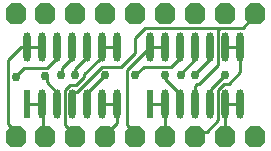
<source format=gtl>
G04*
G04 #@! TF.GenerationSoftware,Altium Limited,Altium Designer,21.0.9 (235)*
G04*
G04 Layer_Physical_Order=1*
G04 Layer_Color=255*
%FSAX24Y24*%
%MOIN*%
G70*
G04*
G04 #@! TF.SameCoordinates,2375E4FB-4CFA-4F30-9997-1AA3C3FB1F4C*
G04*
G04*
G04 #@! TF.FilePolarity,Positive*
G04*
G01*
G75*
%ADD14C,0.0100*%
%ADD15R,0.0245X0.0974*%
G04:AMPARAMS|DCode=16|XSize=97.4mil|YSize=24.5mil|CornerRadius=12.3mil|HoleSize=0mil|Usage=FLASHONLY|Rotation=90.000|XOffset=0mil|YOffset=0mil|HoleType=Round|Shape=RoundedRectangle|*
%AMROUNDEDRECTD16*
21,1,0.0974,0.0000,0,0,90.0*
21,1,0.0729,0.0245,0,0,90.0*
1,1,0.0245,0.0000,0.0364*
1,1,0.0245,0.0000,-0.0364*
1,1,0.0245,0.0000,-0.0364*
1,1,0.0245,0.0000,0.0364*
%
%ADD16ROUNDEDRECTD16*%
G04:AMPARAMS|DCode=18|XSize=65mil|YSize=70mil|CornerRadius=0mil|HoleSize=0mil|Usage=FLASHONLY|Rotation=0.000|XOffset=0mil|YOffset=0mil|HoleType=Round|Shape=Octagon|*
%AMOCTAGOND18*
4,1,8,-0.0163,0.0350,0.0163,0.0350,0.0325,0.0188,0.0325,-0.0188,0.0163,-0.0350,-0.0163,-0.0350,-0.0325,-0.0188,-0.0325,0.0188,-0.0163,0.0350,0.0*
%
%ADD18OCTAGOND18*%

%ADD19C,0.0300*%
D14*
X002505Y012004D02*
X002543Y012042D01*
Y012230D01*
X002900Y012587D01*
X002977Y012023D02*
X003000Y012047D01*
X006505Y012000D02*
Y012053D01*
X007000Y012548D01*
X000750Y010385D02*
Y012500D01*
Y010385D02*
X001000Y010135D01*
X000750Y012500D02*
X001186Y012936D01*
X001030Y011990D02*
X001290Y012250D01*
X001030Y011960D02*
Y011990D01*
X004530Y012280D02*
X005000Y012750D01*
Y013242D01*
X003884Y012280D02*
X004530D01*
X007757Y010507D02*
Y011514D01*
X007000Y010000D02*
X007119Y010119D01*
X007369D01*
X007757Y010507D01*
X007743Y012347D02*
Y013493D01*
X007820Y013570D01*
X008000D01*
X005328D02*
X007820D01*
X005000Y013242D02*
X005328Y013570D01*
X008004D02*
X008570D01*
X009000Y014000D01*
X003000Y012047D02*
Y012226D01*
X003015Y011666D02*
X003280Y011931D01*
X002809Y011666D02*
X003015D01*
X003280Y012030D02*
X003776Y012526D01*
X003280Y011931D02*
Y012030D01*
X003045Y011441D02*
X003884Y012280D01*
X002967Y011441D02*
X003045D01*
X002900Y011374D02*
X002967Y011441D01*
X002900Y011049D02*
Y011374D01*
X005280Y012280D02*
X006193D01*
X005000Y012000D02*
X005280Y012280D01*
X006193D02*
X006500Y012587D01*
X006000Y011886D02*
X006500Y011386D01*
X006000Y011886D02*
Y012000D01*
X002657Y011515D02*
X002809Y011666D01*
X002657Y010343D02*
Y011515D01*
X003400Y011428D02*
X003972Y012000D01*
X004000D01*
X007500Y011049D02*
X007528Y011077D01*
Y011539D02*
X007989Y012000D01*
X007528Y011077D02*
Y011539D01*
X002900Y012587D02*
Y012951D01*
X007000Y012548D02*
Y012951D01*
Y012000D02*
Y012048D01*
Y011250D02*
Y011661D01*
X007116Y011720D02*
X007743Y012347D01*
X007059Y011720D02*
X007116D01*
X007000Y011661D02*
X007059Y011720D01*
X007000Y012048D02*
X007500Y012548D01*
X007989Y012000D02*
X008000D01*
X008500Y012104D02*
Y012951D01*
X007964Y011720D02*
X008116D01*
X007757Y011514D02*
X007964Y011720D01*
X008116D02*
X008500Y012104D01*
X008000Y010000D02*
Y011049D01*
X007500Y012548D02*
Y012951D01*
X005000Y010000D02*
Y010076D01*
X004720Y010356D02*
X005000Y010076D01*
X004720Y010356D02*
Y012171D01*
X005500Y012951D01*
X006500Y012587D02*
Y012951D01*
Y011049D02*
Y011386D01*
X006000Y010000D02*
Y011049D01*
X002000Y011970D02*
X002038Y011932D01*
X002063Y012250D02*
X002400Y012587D01*
X001290Y012250D02*
X002063D01*
X002038Y011775D02*
Y011932D01*
Y011775D02*
X002400Y011413D01*
Y011049D02*
Y011413D01*
X002657Y010343D02*
X003000Y010000D01*
X008000Y011049D02*
X008500D01*
X005500D02*
X006000D01*
X008000Y012951D02*
X008500D01*
X005500D02*
X006000D01*
X002400Y012587D02*
Y012951D01*
X001186Y012936D02*
X001385D01*
X001400Y012951D01*
X001900D01*
X003288Y012514D02*
X003400Y012626D01*
X003288Y012514D02*
X003288D01*
X003000Y012226D02*
X003288Y012514D01*
X003400Y012626D02*
Y012951D01*
X003776Y012526D02*
X003799D01*
X003900Y012626D01*
X001000Y010000D02*
Y010135D01*
X003900Y012951D02*
X004400D01*
X004000Y010000D02*
X004400Y010400D01*
Y011049D01*
X001928Y010072D02*
X002000Y010000D01*
X001928Y010072D02*
Y011021D01*
X001900Y011049D02*
X001928Y011021D01*
X003900Y010802D02*
X003967Y010734D01*
X003900Y010802D02*
Y011049D01*
X001400D02*
X001900D01*
X003900D02*
X004400D01*
D15*
X005500D02*
D03*
X001400D02*
D03*
D16*
X006000D02*
D03*
X006500D02*
D03*
X007000D02*
D03*
X007500D02*
D03*
X008000D02*
D03*
X008500D02*
D03*
Y012951D02*
D03*
X008000D02*
D03*
X007500D02*
D03*
X007000D02*
D03*
X006500D02*
D03*
X006000D02*
D03*
X005500D02*
D03*
X001900Y011049D02*
D03*
X002400D02*
D03*
X002900D02*
D03*
X003400D02*
D03*
X003900D02*
D03*
X004400D02*
D03*
Y012951D02*
D03*
X003900D02*
D03*
X003400D02*
D03*
X002900D02*
D03*
X002400D02*
D03*
X001900D02*
D03*
X001400D02*
D03*
D18*
X004000Y014050D02*
D03*
X001030D02*
D03*
Y009950D02*
D03*
X007000D02*
D03*
X008970Y014050D02*
D03*
X006000Y009950D02*
D03*
X005000D02*
D03*
X003000D02*
D03*
X008970D02*
D03*
X002000D02*
D03*
X004000D02*
D03*
X008000D02*
D03*
Y014050D02*
D03*
X007000D02*
D03*
X006000D02*
D03*
X005000D02*
D03*
X003000D02*
D03*
X002000D02*
D03*
D19*
X002505Y012004D02*
D03*
X002977Y012023D02*
D03*
X004000Y012000D02*
D03*
X006505Y012000D02*
D03*
X001030Y011960D02*
D03*
X006000Y012000D02*
D03*
X007000D02*
D03*
X008000D02*
D03*
X005000D02*
D03*
X002000Y011970D02*
D03*
M02*

</source>
